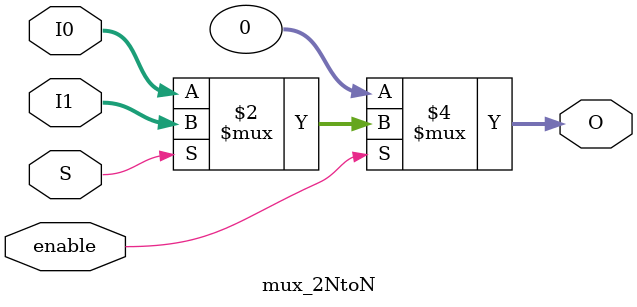
<source format=sv>
/*
MUX 2:1 parametrizable para N bits
*/
module mux_2NtoN
	# (parameter N = 32)
	  (I0, I1, S, enable, O);
	
	input  logic [N-1:0] I0;
	input  logic [N-1:0] I1;

	input  logic 		  S;
	input  logic	 enable;
	output logic [N-1:0]  O;

	always_comb begin

		O = '0;

		if (enable)
			O = S ? I1 : I0;
		
	end

endmodule

</source>
